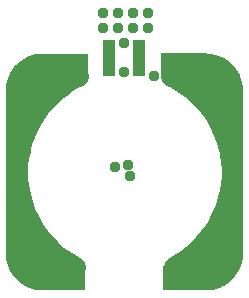
<source format=gbr>
G04 EAGLE Gerber RS-274X export*
G75*
%MOMM*%
%FSLAX34Y34*%
%LPD*%
%INSoldermask Bottom*%
%IPPOS*%
%AMOC8*
5,1,8,0,0,1.08239X$1,22.5*%
G01*
%ADD10C,1.799997*%
%ADD11C,2.199997*%
%ADD12R,3.752894X2.021094*%
%ADD13R,3.564694X2.144394*%
%ADD14R,1.716897X13.842975*%
%ADD15R,3.811694X1.776894*%
%ADD16R,4.015894X2.021094*%
%ADD17R,1.314597X14.216175*%
%ADD18C,2.199994*%
%ADD19R,1.020000X3.169994*%
%ADD20C,0.959600*%


D10*
X29051Y149963D02*
X23445Y147008D01*
X18058Y143669D01*
X12918Y139962D01*
X8048Y135905D01*
X3473Y131519D01*
X-783Y126824D01*
X-4703Y121844D01*
X-8265Y116602D01*
X-11454Y111125D01*
X-14252Y105438D01*
X-16647Y99571D01*
X-18627Y93550D01*
X-20182Y87406D01*
X-21305Y81169D01*
X-21990Y74868D01*
X-22234Y68535D01*
X-22035Y62200D01*
X-21395Y55895D01*
X-20317Y49650D01*
X-18806Y43495D01*
X-16869Y37460D01*
X-14516Y31576D01*
X-14017Y30466D01*
X158743Y78804D02*
X157785Y85069D01*
X156391Y91252D01*
X154570Y97322D01*
X152330Y103251D01*
X149682Y109009D01*
X146638Y114568D01*
X143214Y119901D01*
X139427Y124983D01*
X135294Y129788D01*
X130836Y134293D01*
X126075Y138476D01*
X121034Y142316D01*
X115736Y145796D01*
X110209Y148898D01*
X107945Y150027D01*
X116029Y-8489D02*
X110514Y-11611D01*
X116029Y-8489D02*
X121313Y-4989D01*
X126340Y-1130D01*
X131086Y3070D01*
X135527Y7592D01*
X139641Y12412D01*
X143409Y17508D01*
X146813Y22854D01*
X149836Y28425D01*
X152462Y34193D01*
X154680Y40130D01*
X156478Y46207D01*
X157848Y52395D01*
X158783Y58664D01*
X159278Y64982D01*
X159332Y71320D01*
X158943Y77645D01*
X158114Y83929D01*
X156848Y90139D01*
X155153Y96245D01*
X153035Y102219D01*
X151146Y106661D01*
X-21615Y58322D02*
X-20657Y52058D01*
X-19263Y45875D01*
X-17442Y39804D01*
X-15202Y33876D01*
X-12554Y28118D01*
X-9510Y22559D01*
X-6086Y17225D01*
X-2299Y12144D01*
X1833Y7339D01*
X6291Y2834D01*
X11052Y-1348D01*
X16093Y-5188D01*
X21390Y-8668D01*
X26613Y-11611D01*
D11*
X118935Y-9968D02*
X119675Y-11213D01*
X120500Y-12403D01*
X121406Y-13533D01*
X122388Y-14597D01*
X123442Y-15590D01*
X124563Y-16506D01*
X125745Y-17343D01*
X126982Y-18094D01*
X128270Y-18758D01*
X129600Y-19330D01*
X130966Y-19808D01*
X132363Y-20190D01*
X133783Y-20473D01*
X135220Y-20657D01*
X136665Y-20739D01*
X138113Y-20721D01*
X139556Y-20602D01*
X140988Y-20382D01*
X142400Y-20064D01*
X143787Y-19647D01*
X145141Y-19135D01*
X146456Y-18529D01*
X147726Y-17833D01*
X148944Y-17051D01*
X150105Y-16185D01*
X151203Y-15240D01*
X152231Y-14221D01*
X153187Y-13133D01*
X154064Y-11981D01*
X154858Y-10770D01*
X155566Y-9507D01*
X156185Y-8198D01*
X156710Y-6849D01*
X157140Y-5466D01*
X157473Y-4057D01*
X157707Y-2628D01*
X157840Y-1186D01*
X157872Y260D01*
X157803Y1707D01*
X157634Y3145D01*
X157364Y4567D01*
X156996Y5968D01*
X156532Y7339D01*
X155973Y8675D01*
X155321Y9968D01*
X154582Y11213D01*
X153757Y12403D01*
X152851Y13533D01*
X151869Y14597D01*
X150815Y15590D01*
X149694Y16506D01*
X148512Y17343D01*
X147828Y17772D01*
X-10828Y17693D02*
X-12036Y16895D01*
X-13185Y16014D01*
X-14270Y15055D01*
X-15286Y14023D01*
X-16227Y12923D01*
X-17089Y11759D01*
X-17868Y10538D01*
X-18559Y9266D01*
X-19160Y7949D01*
X-19668Y6593D01*
X-20080Y5205D01*
X-20395Y3791D01*
X-20609Y2359D01*
X-20724Y916D01*
X-20737Y-531D01*
X-20650Y-1976D01*
X-20461Y-3411D01*
X-20174Y-4831D01*
X-19788Y-6226D01*
X-19305Y-7591D01*
X-18728Y-8919D01*
X-18060Y-10204D01*
X-17305Y-11439D01*
X-16465Y-12618D01*
X-15544Y-13736D01*
X-14548Y-14787D01*
X-13481Y-15766D01*
X-12348Y-16668D01*
X-11155Y-17489D01*
X-9908Y-18225D01*
X-8613Y-18871D01*
X-7275Y-19426D01*
X-5902Y-19886D01*
X-4501Y-20250D01*
X-3077Y-20515D01*
X-1639Y-20679D01*
X-192Y-20743D01*
X1254Y-20706D01*
X2695Y-20568D01*
X4124Y-20330D01*
X5532Y-19993D01*
X6913Y-19558D01*
X8260Y-19028D01*
X9568Y-18406D01*
X10828Y-17693D01*
X12036Y-16895D01*
X13185Y-16014D01*
X14270Y-15055D01*
X15286Y-14023D01*
X16227Y-12923D01*
X17089Y-11759D01*
X17831Y-10601D01*
X18192Y147097D02*
X17453Y148342D01*
X16628Y149532D01*
X15722Y150662D01*
X14740Y151726D01*
X13686Y152719D01*
X12565Y153635D01*
X11383Y154472D01*
X10145Y155223D01*
X8858Y155887D01*
X7528Y156459D01*
X6161Y156937D01*
X4765Y157319D01*
X3344Y157602D01*
X1908Y157786D01*
X463Y157868D01*
X-984Y157850D01*
X-2427Y157731D01*
X-3859Y157512D01*
X-5271Y157193D01*
X-6658Y156776D01*
X-8012Y156264D01*
X-9327Y155658D01*
X-10597Y154962D01*
X-11815Y154180D01*
X-12976Y153314D01*
X-14074Y152369D01*
X-15102Y151350D01*
X-16058Y150262D01*
X-16935Y149110D01*
X-17729Y147899D01*
X-18437Y146636D01*
X-19056Y145327D01*
X-19581Y143978D01*
X-20011Y142595D01*
X-20344Y141186D01*
X-20578Y139757D01*
X-20711Y138315D01*
X-20743Y136867D01*
X-20674Y135421D01*
X-20505Y133983D01*
X-20235Y132560D01*
X-19867Y131160D01*
X-19403Y129788D01*
X-18844Y128453D01*
X-18192Y127159D01*
X-17453Y125915D01*
X-16628Y124724D01*
X-15722Y123595D01*
X-14740Y122531D01*
X-13686Y121538D01*
X-12565Y120622D01*
X-11383Y119785D01*
X-10699Y119355D01*
X-13648Y15622D02*
X-14705Y14632D01*
X-15690Y13571D01*
X-16598Y12443D01*
X-17426Y11255D01*
X-18169Y10012D01*
X-18823Y8720D01*
X-19385Y7386D01*
X-19853Y6015D01*
X-20225Y4616D01*
X-20497Y3194D01*
X-20670Y1756D01*
X-20742Y310D01*
X-20714Y-1136D01*
X-20584Y-2579D01*
X-20354Y-4008D01*
X-20025Y-5418D01*
X-19598Y-6802D01*
X-19075Y-8153D01*
X-18460Y-9463D01*
X-17755Y-10728D01*
X-16963Y-11941D01*
X-16089Y-13095D01*
X-15137Y-14185D01*
X-14110Y-15207D01*
X-13015Y-16154D01*
X-11856Y-17023D01*
X-10640Y-17808D01*
X-9372Y-18507D01*
X-8058Y-19116D01*
X-6705Y-19631D01*
X-5319Y-20051D01*
X-3907Y-20373D01*
X-2477Y-20596D01*
X-1034Y-20719D01*
X413Y-20741D01*
X1859Y-20661D01*
X3295Y-20481D01*
X4716Y-20201D01*
X6114Y-19823D01*
X7482Y-19348D01*
X8813Y-18779D01*
X10102Y-18119D01*
X11341Y-17370D01*
X12525Y-16536D01*
X13648Y-15622D01*
X14705Y-14632D01*
X15690Y-13571D01*
X16598Y-12443D01*
X17426Y-11255D01*
X17838Y-10588D01*
X119337Y-10669D02*
X120125Y-11884D01*
X120995Y-13041D01*
X121945Y-14135D01*
X122968Y-15160D01*
X124060Y-16110D01*
X125215Y-16983D01*
X126429Y-17772D01*
X127695Y-18475D01*
X129007Y-19088D01*
X130358Y-19608D01*
X131742Y-20033D01*
X133153Y-20360D01*
X134583Y-20587D01*
X136025Y-20714D01*
X137473Y-20741D01*
X138919Y-20666D01*
X140356Y-20491D01*
X141778Y-20216D01*
X143177Y-19842D01*
X144546Y-19372D01*
X145879Y-18807D01*
X147170Y-18151D01*
X148412Y-17406D01*
X149598Y-16577D01*
X150724Y-15666D01*
X151784Y-14680D01*
X152773Y-13622D01*
X153685Y-12497D01*
X154516Y-11311D01*
X155263Y-10071D01*
X155921Y-8781D01*
X156488Y-7449D01*
X156961Y-6080D01*
X157336Y-4682D01*
X157614Y-3261D01*
X157791Y-1824D01*
X157868Y-378D01*
X157844Y1069D01*
X157719Y2511D01*
X157494Y3941D01*
X157169Y5353D01*
X156747Y6737D01*
X156229Y8090D01*
X155618Y9402D01*
X154917Y10669D01*
X154130Y11884D01*
X153259Y13041D01*
X152310Y14135D01*
X151287Y15160D01*
X150253Y16064D01*
X147957Y119434D02*
X149165Y120233D01*
X150314Y121114D01*
X151400Y122072D01*
X152415Y123105D01*
X153356Y124205D01*
X154218Y125369D01*
X154997Y126589D01*
X155688Y127862D01*
X156290Y129179D01*
X156797Y130535D01*
X157209Y131923D01*
X157524Y133336D01*
X157738Y134768D01*
X157853Y136212D01*
X157866Y137660D01*
X157779Y139105D01*
X157590Y140540D01*
X157303Y141960D01*
X156917Y143355D01*
X156434Y144720D01*
X155857Y146048D01*
X155189Y147333D01*
X154434Y148568D01*
X153594Y149747D01*
X152673Y150865D01*
X151677Y151916D01*
X150610Y152895D01*
X149477Y153797D01*
X148284Y154618D01*
X147037Y155354D01*
X145742Y156000D01*
X144404Y156555D01*
X143031Y157015D01*
X141630Y157379D01*
X140206Y157644D01*
X138768Y157808D01*
X137321Y157872D01*
X135874Y157835D01*
X134432Y157697D01*
X133004Y157459D01*
X131596Y157122D01*
X130215Y156687D01*
X128867Y156157D01*
X127560Y155535D01*
X126299Y154822D01*
X125091Y154024D01*
X123942Y153143D01*
X122857Y152184D01*
X121842Y151152D01*
X120901Y150052D01*
X120039Y148888D01*
X119296Y147729D01*
D12*
X16833Y-21613D03*
D13*
X119304Y-21395D03*
D14*
X-23115Y70424D03*
X-23115Y70424D03*
D15*
X19057Y159953D03*
X19057Y159953D03*
D16*
X118978Y158742D03*
X118978Y158742D03*
D17*
X162244Y68558D03*
X162244Y68558D03*
D18*
X137128Y137128D03*
X137128Y0D03*
X0Y0D03*
X0Y137128D03*
D19*
X81259Y164746D03*
X55859Y164746D03*
D20*
X68500Y177500D03*
X68500Y153000D03*
X93500Y149500D03*
X73500Y65000D03*
X71500Y74300D03*
X61000Y73000D03*
X-12700Y152400D03*
X0Y152400D03*
X12700Y152400D03*
X0Y139700D03*
X-12700Y139700D03*
X-12700Y127000D03*
X-12700Y-12700D03*
X-12700Y0D03*
X-12700Y12700D03*
X0Y0D03*
X0Y-12700D03*
X12700Y-12700D03*
X152400Y-12700D03*
X139700Y-12700D03*
X127000Y-12700D03*
X139700Y0D03*
X152400Y0D03*
X152400Y12700D03*
X152400Y152400D03*
X152400Y139700D03*
X152400Y127000D03*
X139700Y139700D03*
X139700Y152400D03*
X127000Y152400D03*
X50800Y190500D03*
X63500Y190500D03*
X88900Y190500D03*
X76200Y190500D03*
X50800Y203200D03*
X63500Y203200D03*
X88900Y203200D03*
X76200Y203200D03*
M02*

</source>
